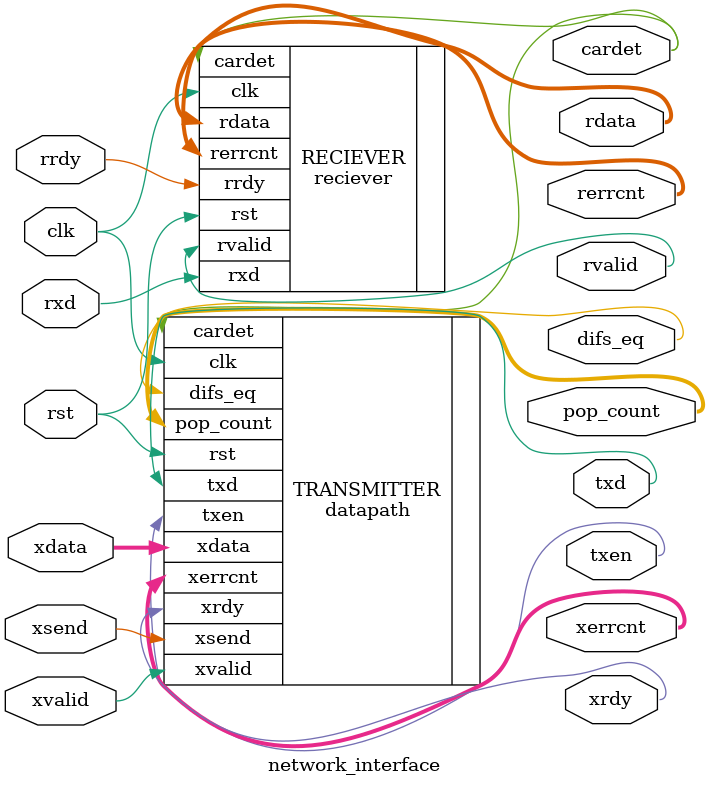
<source format=sv>
`timescale 1ns / 1ps


module network_interface(
    input logic clk, rst, rxd, xvalid, xsend, rrdy,
    input logic [7:0] xdata,
    output logic txen, txd, xrdy, rvalid,cardet,difs_eq,
    output logic [7:0] rdata, rerrcnt, xerrcnt,pop_count
    );



    reciever RECIEVER (.clk(clk) ,.rst(rst), .rxd(rxd), .rrdy(rrdy), .rvalid(rvalid), .cardet(cardet), .rdata(rdata), .rerrcnt(rerrcnt));

    datapath TRANSMITTER(.clk(clk),.rst(rst),.xvalid(xvalid),.xsend(xsend),.cardet(cardet),.xdata(xdata),.xrdy(xrdy),.txen(txen),.txd(txd),.xerrcnt(xerrcnt),.pop_count(pop_count), .difs_eq(difs_eq));


endmodule

</source>
